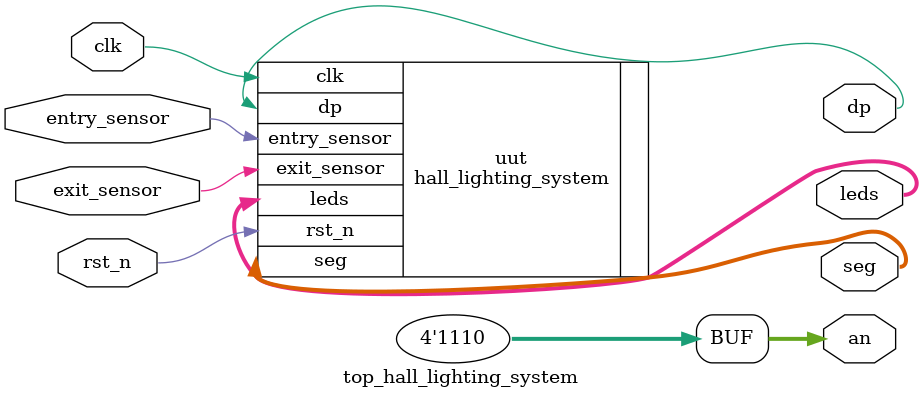
<source format=v>
`timescale 1ns / 1ps


module top_hall_lighting_system(
    input clk,
    input rst_n,
    input entry_sensor,
    input exit_sensor,
    output [6:0] seg,
    output [4:0] leds,
    output dp,
    output [3:0] an
);

    // Instantiate the main hall lighting system
    hall_lighting_system uut (
        .clk(clk),
        .rst_n(rst_n),
        .entry_sensor(entry_sensor),
        .exit_sensor(exit_sensor),
        .seg(seg),
        .leds(leds),
        .dp(dp)
    );
    
    // Only enable the rightmost digit (AN0)
    assign an = 4'b1110; // AN0 low (enabled), others high (disabled)

endmodule
</source>
